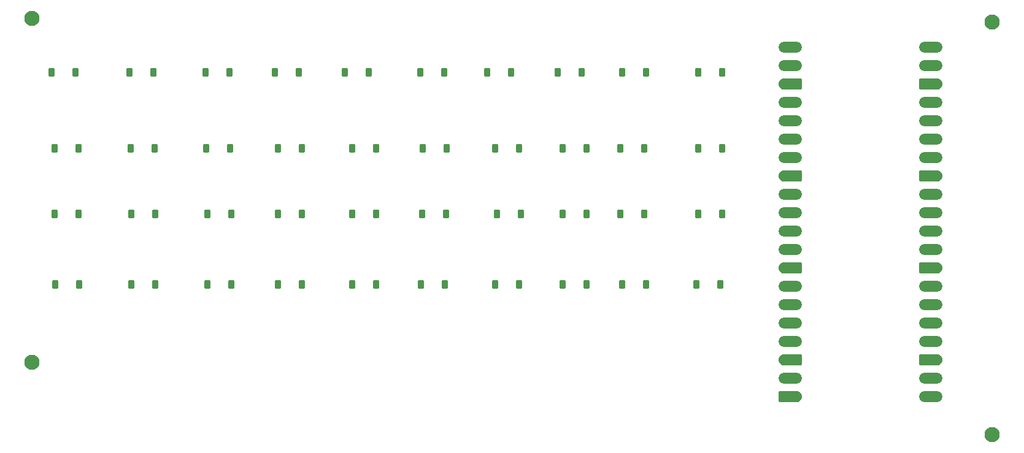
<source format=gbs>
%TF.GenerationSoftware,KiCad,Pcbnew,9.0.1*%
%TF.CreationDate,2025-04-23T13:29:54-06:00*%
%TF.ProjectId,brownberryKeeb,62726f77-6e62-4657-9272-794b6565622e,rev?*%
%TF.SameCoordinates,Original*%
%TF.FileFunction,Soldermask,Bot*%
%TF.FilePolarity,Negative*%
%FSLAX46Y46*%
G04 Gerber Fmt 4.6, Leading zero omitted, Abs format (unit mm)*
G04 Created by KiCad (PCBNEW 9.0.1) date 2025-04-23 13:29:54*
%MOMM*%
%LPD*%
G01*
G04 APERTURE LIST*
G04 Aperture macros list*
%AMRoundRect*
0 Rectangle with rounded corners*
0 $1 Rounding radius*
0 $2 $3 $4 $5 $6 $7 $8 $9 X,Y pos of 4 corners*
0 Add a 4 corners polygon primitive as box body*
4,1,4,$2,$3,$4,$5,$6,$7,$8,$9,$2,$3,0*
0 Add four circle primitives for the rounded corners*
1,1,$1+$1,$2,$3*
1,1,$1+$1,$4,$5*
1,1,$1+$1,$6,$7*
1,1,$1+$1,$8,$9*
0 Add four rect primitives between the rounded corners*
20,1,$1+$1,$2,$3,$4,$5,0*
20,1,$1+$1,$4,$5,$6,$7,0*
20,1,$1+$1,$6,$7,$8,$9,0*
20,1,$1+$1,$8,$9,$2,$3,0*%
%AMFreePoly0*
4,1,37,0.800000,0.796148,0.878414,0.796148,1.032228,0.765552,1.177117,0.705537,1.307515,0.618408,1.418408,0.507515,1.505537,0.377117,1.565552,0.232228,1.596148,0.078414,1.596148,-0.078414,1.565552,-0.232228,1.505537,-0.377117,1.418408,-0.507515,1.307515,-0.618408,1.177117,-0.705537,1.032228,-0.765552,0.878414,-0.796148,0.800000,-0.796148,0.800000,-0.800000,-1.400000,-0.800000,
-1.403843,-0.796157,-1.439018,-0.796157,-1.511114,-0.766294,-1.566294,-0.711114,-1.596157,-0.639018,-1.596157,-0.603843,-1.600000,-0.600000,-1.600000,0.600000,-1.596157,0.603843,-1.596157,0.639018,-1.566294,0.711114,-1.511114,0.766294,-1.439018,0.796157,-1.403843,0.796157,-1.400000,0.800000,0.800000,0.800000,0.800000,0.796148,0.800000,0.796148,$1*%
%AMFreePoly1*
4,1,37,1.403843,0.796157,1.439018,0.796157,1.511114,0.766294,1.566294,0.711114,1.596157,0.639018,1.596157,0.603843,1.600000,0.600000,1.600000,-0.600000,1.596157,-0.603843,1.596157,-0.639018,1.566294,-0.711114,1.511114,-0.766294,1.439018,-0.796157,1.403843,-0.796157,1.400000,-0.800000,-0.800000,-0.800000,-0.800000,-0.796148,-0.878414,-0.796148,-1.032228,-0.765552,-1.177117,-0.705537,
-1.307515,-0.618408,-1.418408,-0.507515,-1.505537,-0.377117,-1.565552,-0.232228,-1.596148,-0.078414,-1.596148,0.078414,-1.565552,0.232228,-1.505537,0.377117,-1.418408,0.507515,-1.307515,0.618408,-1.177117,0.705537,-1.032228,0.765552,-0.878414,0.796148,-0.800000,0.796148,-0.800000,0.800000,1.400000,0.800000,1.403843,0.796157,1.403843,0.796157,$1*%
G04 Aperture macros list end*
%ADD10C,2.100000*%
%ADD11RoundRect,0.225000X0.225000X0.375000X-0.225000X0.375000X-0.225000X-0.375000X0.225000X-0.375000X0*%
%ADD12FreePoly0,0.000000*%
%ADD13RoundRect,0.800000X-0.800000X-0.000010X0.800000X-0.000010X0.800000X0.000010X-0.800000X0.000010X0*%
%ADD14FreePoly1,0.000000*%
G04 APERTURE END LIST*
D10*
%TO.C,H1*%
X94000000Y-88500000D03*
%TD*%
%TO.C,H2*%
X226500000Y-89000000D03*
%TD*%
%TO.C,H4*%
X226500000Y-146000000D03*
%TD*%
%TO.C,H3*%
X94000000Y-136000000D03*
%TD*%
D11*
%TO.C,D15*%
X141500000Y-106500000D03*
X138200000Y-106500000D03*
%TD*%
%TO.C,D6*%
X150850000Y-96000000D03*
X147550000Y-96000000D03*
%TD*%
%TO.C,D39*%
X178750000Y-125250000D03*
X175450000Y-125250000D03*
%TD*%
%TO.C,D12*%
X110950000Y-106500000D03*
X107650000Y-106500000D03*
%TD*%
%TO.C,D27*%
X161450000Y-115500000D03*
X158150000Y-115500000D03*
%TD*%
%TO.C,D11*%
X100450000Y-106500000D03*
X97150000Y-106500000D03*
%TD*%
%TO.C,D18*%
X170500000Y-106500000D03*
X167200000Y-106500000D03*
%TD*%
%TO.C,D19*%
X178450000Y-106500000D03*
X175150000Y-106500000D03*
%TD*%
%TO.C,D36*%
X151000000Y-125250000D03*
X147700000Y-125250000D03*
%TD*%
%TO.C,D33*%
X121500000Y-125250000D03*
X118200000Y-125250000D03*
%TD*%
%TO.C,D38*%
X170500000Y-125250000D03*
X167200000Y-125250000D03*
%TD*%
%TO.C,D1*%
X100000000Y-96000000D03*
X96700000Y-96000000D03*
%TD*%
%TO.C,D2*%
X110750000Y-96000000D03*
X107450000Y-96000000D03*
%TD*%
%TO.C,D28*%
X170500000Y-115500000D03*
X167200000Y-115500000D03*
%TD*%
%TO.C,D30*%
X189200000Y-115500000D03*
X185900000Y-115500000D03*
%TD*%
%TO.C,D35*%
X141500000Y-125250000D03*
X138200000Y-125250000D03*
%TD*%
%TO.C,D4*%
X130850000Y-96000000D03*
X127550000Y-96000000D03*
%TD*%
%TO.C,D7*%
X160100000Y-96000000D03*
X156800000Y-96000000D03*
%TD*%
%TO.C,D34*%
X131250000Y-125250000D03*
X127950000Y-125250000D03*
%TD*%
%TO.C,D32*%
X111000000Y-125250000D03*
X107700000Y-125250000D03*
%TD*%
%TO.C,D22*%
X111000000Y-115500000D03*
X107700000Y-115500000D03*
%TD*%
%TO.C,D29*%
X178500000Y-115500000D03*
X175200000Y-115500000D03*
%TD*%
%TO.C,D40*%
X189000000Y-125250000D03*
X185700000Y-125250000D03*
%TD*%
%TO.C,D25*%
X141450000Y-115500000D03*
X138150000Y-115500000D03*
%TD*%
%TO.C,D20*%
X189250000Y-106500000D03*
X185950000Y-106500000D03*
%TD*%
%TO.C,D3*%
X121250000Y-96000000D03*
X117950000Y-96000000D03*
%TD*%
%TO.C,D24*%
X131250000Y-115500000D03*
X127950000Y-115500000D03*
%TD*%
%TO.C,D9*%
X178700000Y-96000000D03*
X175400000Y-96000000D03*
%TD*%
%TO.C,D17*%
X161250000Y-106500000D03*
X157950000Y-106500000D03*
%TD*%
%TO.C,D26*%
X151100000Y-115500000D03*
X147800000Y-115500000D03*
%TD*%
%TO.C,D16*%
X151250000Y-106500000D03*
X147950000Y-106500000D03*
%TD*%
%TO.C,D13*%
X121350000Y-106500000D03*
X118050000Y-106500000D03*
%TD*%
D12*
%TO.C,U1*%
X198620000Y-140770000D03*
D13*
X198620000Y-138230000D03*
D14*
X198620000Y-135690000D03*
D13*
X198620000Y-133150000D03*
X198620000Y-130610000D03*
X198620000Y-128070000D03*
X198620000Y-125530000D03*
D14*
X198620000Y-122990000D03*
D13*
X198620000Y-120450000D03*
X198620000Y-117910000D03*
X198620000Y-115370000D03*
X198620000Y-112830000D03*
D14*
X198620000Y-110290000D03*
D13*
X198620000Y-107750000D03*
X198620000Y-105210000D03*
X198620000Y-102670000D03*
X198620000Y-100130000D03*
D14*
X198620000Y-97590000D03*
D13*
X198620000Y-95050000D03*
X198620000Y-92510000D03*
X218000000Y-92510000D03*
X218000000Y-95050000D03*
D12*
X218000000Y-97590000D03*
D13*
X218000000Y-100130000D03*
X218000000Y-102670000D03*
X218000000Y-105210000D03*
X218000000Y-107750000D03*
D12*
X218000000Y-110290000D03*
D13*
X218000000Y-112830000D03*
X218000000Y-115370000D03*
X218000000Y-117910000D03*
X218000000Y-120450000D03*
D12*
X218000000Y-122990000D03*
D13*
X218000000Y-125530000D03*
X218000000Y-128070000D03*
X218000000Y-130610000D03*
X218000000Y-133150000D03*
D12*
X218000000Y-135690000D03*
D13*
X218000000Y-138230000D03*
X218000000Y-140770000D03*
%TD*%
D11*
%TO.C,D10*%
X189200000Y-96000000D03*
X185900000Y-96000000D03*
%TD*%
%TO.C,D23*%
X121500000Y-115500000D03*
X118200000Y-115500000D03*
%TD*%
%TO.C,D21*%
X100450000Y-115500000D03*
X97150000Y-115500000D03*
%TD*%
%TO.C,D37*%
X161250000Y-125250000D03*
X157950000Y-125250000D03*
%TD*%
%TO.C,D14*%
X131200000Y-106500000D03*
X127900000Y-106500000D03*
%TD*%
%TO.C,D8*%
X169850000Y-96000000D03*
X166550000Y-96000000D03*
%TD*%
%TO.C,D31*%
X100500000Y-125250000D03*
X97200000Y-125250000D03*
%TD*%
%TO.C,D5*%
X140450000Y-96000000D03*
X137150000Y-96000000D03*
%TD*%
M02*

</source>
